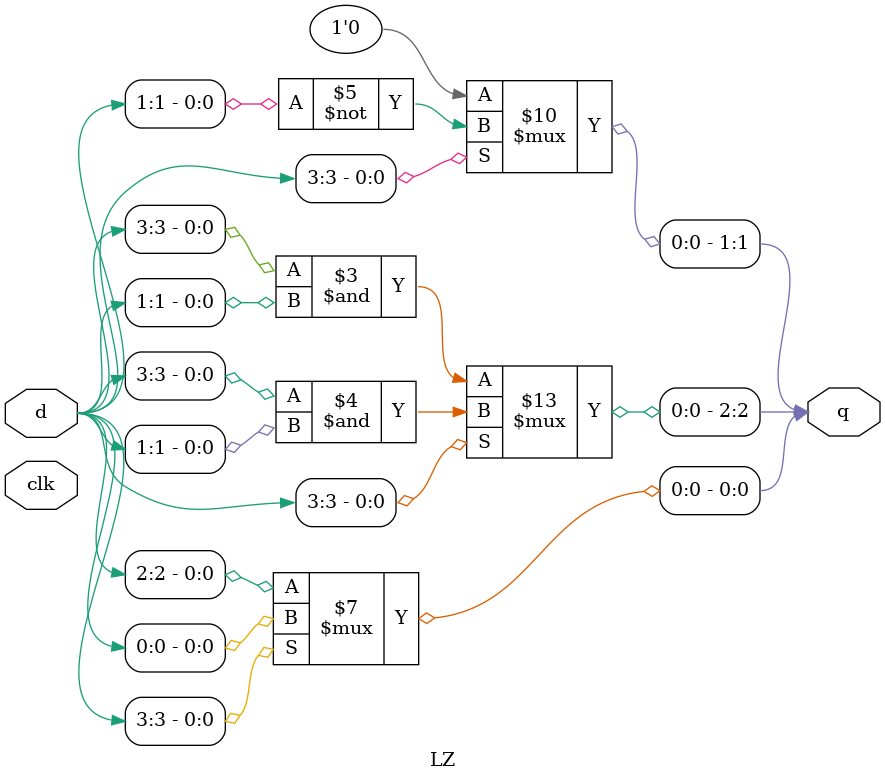
<source format=v>
`timescale 1ns / 1ps


module LZ #
(
   parameter   N = 2,
   parameter   WI = 2 * N,
   parameter   WO = N + 1
)(
   input clk,
   input wire     [WI-1:0]    d,
   output reg  [WO-1:0]    q
    );
    
   always@(*) begin
      if (d[N - 1 + N] == 1'b0) begin
         q[WO-1] = (d[N-1+N] & d[N-1]);
         q[WO-2] = 1'b0;
         q[WO-3:0] = d[(2*N)-2 : N];
      end else begin
         q[WO-1] = d[N-1+N] & d[N-1];
         q[WO-2] = ~d[N-1];
         q[WO-3:0] = d[N-2 : 0];
      end
   end
   


endmodule 

</source>
